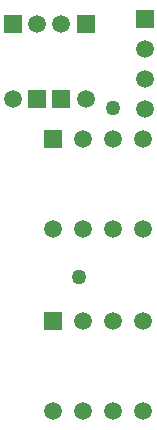
<source format=gtl>
G04 Layer_Physical_Order=1*
G04 Layer_Color=255*
%FSAX24Y24*%
%MOIN*%
G70*
G01*
G75*
%ADD10R,0.0591X0.0591*%
%ADD11C,0.0591*%
%ADD12R,0.0591X0.0591*%
%ADD13C,0.0591*%
%ADD14C,0.0500*%
D10*
X005050Y013450D02*
D03*
X001459Y010800D02*
D03*
X002268D02*
D03*
X003100Y013300D02*
D03*
X000650D02*
D03*
D11*
X005050Y012450D02*
D03*
Y011450D02*
D03*
Y010450D02*
D03*
X001459Y013300D02*
D03*
X002268D02*
D03*
X003100Y010800D02*
D03*
X000650D02*
D03*
D12*
X002000Y009475D02*
D03*
Y003400D02*
D03*
D13*
X003000Y009475D02*
D03*
X004000D02*
D03*
X005000D02*
D03*
X002000Y006475D02*
D03*
X003000D02*
D03*
X004000D02*
D03*
X005000D02*
D03*
X003000Y003400D02*
D03*
X004000D02*
D03*
X005000D02*
D03*
X002000Y000400D02*
D03*
X003000D02*
D03*
X004000D02*
D03*
X005000D02*
D03*
D14*
X002850Y004850D02*
D03*
X004000Y010500D02*
D03*
M02*

</source>
